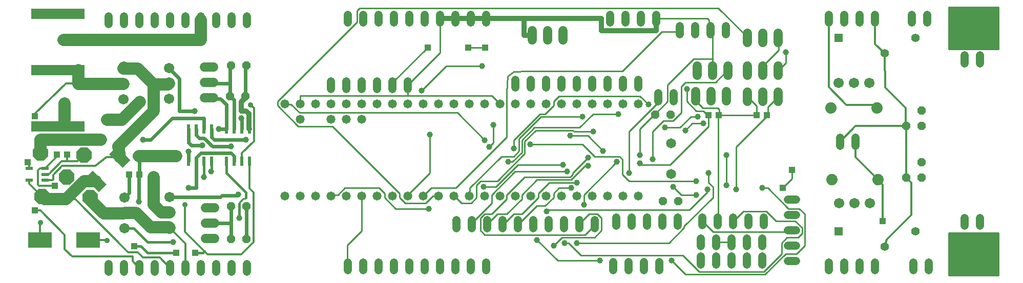
<source format=gbl>
G75*
%MOIN*%
%OFA0B0*%
%FSLAX25Y25*%
%IPPOS*%
%LPD*%
%AMOC8*
5,1,8,0,0,1.08239X$1,22.5*
%
%ADD10OC8,0.05200*%
%ADD11C,0.06000*%
%ADD12OC8,0.10000*%
%ADD13C,0.05800*%
%ADD14C,0.06750*%
%ADD15R,0.02100X0.06300*%
%ADD16C,0.06500*%
%ADD17C,0.05200*%
%ADD18R,0.15748X0.09843*%
%ADD19R,0.35000X0.07000*%
%ADD20R,0.05543X0.05543*%
%ADD21C,0.05543*%
%ADD22C,0.07400*%
%ADD23R,0.03937X0.04331*%
%ADD24R,0.07087X0.12598*%
%ADD25R,0.04724X0.02362*%
%ADD26C,0.02400*%
%ADD27C,0.03962*%
%ADD28C,0.01000*%
%ADD29C,0.01575*%
%ADD30C,0.03200*%
%ADD31C,0.03187*%
%ADD32C,0.00984*%
%ADD33R,0.03962X0.03962*%
%ADD34C,0.05000*%
%ADD35C,0.07874*%
%ADD36C,0.01200*%
%ADD37C,0.03569*%
%ADD38C,0.04000*%
%ADD39C,0.01600*%
%ADD40R,0.02600X0.02600*%
D10*
X0251967Y0149681D03*
X0261967Y0149681D03*
X0261967Y0171020D03*
X0251967Y0171020D03*
X0251573Y0242634D03*
X0261573Y0242634D03*
X0261967Y0262594D03*
X0251967Y0262594D03*
X0528089Y0230665D03*
X0538089Y0230665D03*
X0533148Y0174209D03*
X0543148Y0174209D03*
X0691396Y0189799D03*
X0701396Y0189799D03*
X0701396Y0199799D03*
X0701396Y0223264D03*
X0691396Y0223264D03*
X0701396Y0233264D03*
D11*
X0607974Y0239366D02*
X0607974Y0245366D01*
X0597974Y0245366D02*
X0597974Y0239366D01*
X0587974Y0239366D02*
X0587974Y0245366D01*
X0574510Y0245681D02*
X0574510Y0239681D01*
X0564510Y0239681D02*
X0564510Y0245681D01*
X0554510Y0245681D02*
X0554510Y0239681D01*
X0555297Y0256374D02*
X0555297Y0262374D01*
X0565297Y0262374D02*
X0565297Y0256374D01*
X0575297Y0256374D02*
X0575297Y0262374D01*
X0587974Y0262453D02*
X0587974Y0256453D01*
X0597974Y0256453D02*
X0597974Y0262453D01*
X0607974Y0262453D02*
X0607974Y0256453D01*
X0608100Y0277835D02*
X0608100Y0283835D01*
X0598100Y0283835D02*
X0598100Y0277835D01*
X0588100Y0277835D02*
X0588100Y0283835D01*
X0468112Y0285382D02*
X0468112Y0279382D01*
X0458112Y0279382D02*
X0458112Y0285382D01*
X0448112Y0285382D02*
X0448112Y0279382D01*
X0240793Y0261650D02*
X0234793Y0261650D01*
X0234793Y0251650D02*
X0240793Y0251650D01*
X0240793Y0241650D02*
X0234793Y0241650D01*
X0235581Y0169988D02*
X0241581Y0169988D01*
X0241581Y0159988D02*
X0235581Y0159988D01*
X0235581Y0149988D02*
X0241581Y0149988D01*
D12*
X0160510Y0176807D03*
X0145116Y0189878D03*
X0129014Y0177516D03*
X0128069Y0205665D03*
X0156415Y0204484D03*
D13*
X0287100Y0177862D03*
X0297100Y0177862D03*
X0307100Y0177862D03*
X0317100Y0177862D03*
X0327100Y0177862D03*
X0337100Y0177862D03*
X0347100Y0177862D03*
X0357100Y0177862D03*
X0367100Y0177862D03*
X0377100Y0177862D03*
X0387100Y0177862D03*
X0397100Y0177862D03*
X0407100Y0177862D03*
X0417100Y0177862D03*
X0427100Y0177862D03*
X0437100Y0177862D03*
X0447100Y0177862D03*
X0457100Y0177862D03*
X0467100Y0177862D03*
X0477100Y0177862D03*
X0487100Y0177862D03*
X0497100Y0177862D03*
X0507100Y0177862D03*
X0517100Y0177862D03*
X0517100Y0237862D03*
X0507100Y0237862D03*
X0497100Y0237862D03*
X0487100Y0237862D03*
X0477100Y0237862D03*
X0467100Y0237862D03*
X0457100Y0237862D03*
X0447100Y0237862D03*
X0437100Y0237862D03*
X0427100Y0237862D03*
X0417100Y0237862D03*
X0407100Y0237862D03*
X0397100Y0237862D03*
X0387100Y0237862D03*
X0377100Y0237862D03*
X0367100Y0237862D03*
X0357100Y0237862D03*
X0347100Y0237862D03*
X0337100Y0237862D03*
X0327100Y0237862D03*
X0317100Y0237862D03*
X0307100Y0237862D03*
X0297100Y0237862D03*
X0287100Y0237862D03*
X0297100Y0227862D03*
X0317100Y0227862D03*
X0327100Y0227862D03*
X0337100Y0227862D03*
D14*
X0211793Y0240941D03*
X0211793Y0250941D03*
X0211793Y0260941D03*
X0181998Y0260862D03*
X0181998Y0250862D03*
X0181998Y0240862D03*
X0182675Y0176650D03*
X0182675Y0166650D03*
X0182675Y0156650D03*
X0212085Y0157043D03*
X0212085Y0167043D03*
X0212085Y0177043D03*
X0647852Y0173146D03*
X0657852Y0173146D03*
X0667852Y0173146D03*
X0667360Y0251394D03*
X0657360Y0251394D03*
X0647360Y0251394D03*
D15*
X0263955Y0221312D03*
X0258955Y0221312D03*
X0253955Y0221312D03*
X0248955Y0221312D03*
X0239545Y0221312D03*
X0234545Y0221312D03*
X0229545Y0221312D03*
X0224545Y0221312D03*
X0224545Y0200412D03*
X0229545Y0200412D03*
X0234545Y0200412D03*
X0239545Y0200412D03*
X0248955Y0200412D03*
X0253955Y0200412D03*
X0258955Y0200412D03*
X0263955Y0200412D03*
D16*
X0538435Y0192185D03*
X0538435Y0212185D03*
D17*
X0172557Y0133423D02*
X0172557Y0128223D01*
X0182557Y0128223D02*
X0182557Y0133423D01*
X0192557Y0133423D02*
X0192557Y0128223D01*
X0202557Y0128223D02*
X0202557Y0133423D01*
X0212557Y0133423D02*
X0212557Y0128223D01*
X0222557Y0128223D02*
X0222557Y0133423D01*
X0232557Y0133423D02*
X0232557Y0128223D01*
X0242557Y0128223D02*
X0242557Y0133423D01*
X0252557Y0133423D02*
X0252557Y0128223D01*
X0262557Y0128223D02*
X0262557Y0133423D01*
X0328069Y0134407D02*
X0328069Y0129207D01*
X0338069Y0129207D02*
X0338069Y0134407D01*
X0348069Y0134407D02*
X0348069Y0129207D01*
X0358069Y0129207D02*
X0358069Y0134407D01*
X0368069Y0134407D02*
X0368069Y0129207D01*
X0378069Y0129207D02*
X0378069Y0134407D01*
X0388069Y0134407D02*
X0388069Y0129207D01*
X0398069Y0129207D02*
X0398069Y0134407D01*
X0408069Y0134407D02*
X0408069Y0129207D01*
X0418069Y0129207D02*
X0418069Y0134407D01*
X0418935Y0156766D02*
X0418935Y0161966D01*
X0408935Y0161966D02*
X0408935Y0156766D01*
X0398935Y0156766D02*
X0398935Y0161966D01*
X0428935Y0161966D02*
X0428935Y0156766D01*
X0438935Y0156766D02*
X0438935Y0161966D01*
X0448935Y0161966D02*
X0448935Y0156766D01*
X0458935Y0156766D02*
X0458935Y0161966D01*
X0468935Y0161966D02*
X0468935Y0156766D01*
X0478935Y0156766D02*
X0478935Y0161966D01*
X0488935Y0161966D02*
X0488935Y0156766D01*
X0502872Y0158490D02*
X0502872Y0163690D01*
X0512872Y0163690D02*
X0512872Y0158490D01*
X0522872Y0158490D02*
X0522872Y0163690D01*
X0532872Y0163690D02*
X0532872Y0158490D01*
X0542872Y0158490D02*
X0542872Y0163690D01*
X0558667Y0163738D02*
X0558667Y0158538D01*
X0568667Y0158538D02*
X0568667Y0163738D01*
X0578667Y0163738D02*
X0578667Y0158538D01*
X0588667Y0158538D02*
X0588667Y0163738D01*
X0598667Y0163738D02*
X0598667Y0158538D01*
X0614563Y0155429D02*
X0619763Y0155429D01*
X0619763Y0145429D02*
X0614563Y0145429D01*
X0597793Y0144955D02*
X0597793Y0150155D01*
X0587793Y0150155D02*
X0587793Y0144955D01*
X0587793Y0138344D02*
X0587793Y0133144D01*
X0597793Y0133144D02*
X0597793Y0138344D01*
X0614563Y0135429D02*
X0619763Y0135429D01*
X0640963Y0134407D02*
X0640963Y0129207D01*
X0650963Y0129207D02*
X0650963Y0134407D01*
X0660963Y0134407D02*
X0660963Y0129207D01*
X0670963Y0129207D02*
X0670963Y0134407D01*
X0696081Y0134407D02*
X0696081Y0129207D01*
X0706081Y0129207D02*
X0706081Y0134407D01*
X0729545Y0158243D02*
X0729545Y0163443D01*
X0739545Y0163443D02*
X0739545Y0158243D01*
X0658344Y0210408D02*
X0658344Y0215608D01*
X0648344Y0215608D02*
X0648344Y0210408D01*
X0619763Y0175429D02*
X0614563Y0175429D01*
X0614563Y0165429D02*
X0619763Y0165429D01*
X0577793Y0150155D02*
X0577793Y0144955D01*
X0567793Y0144955D02*
X0567793Y0150155D01*
X0557793Y0150155D02*
X0557793Y0144955D01*
X0557793Y0138344D02*
X0557793Y0133144D01*
X0567793Y0133144D02*
X0567793Y0138344D01*
X0577793Y0138344D02*
X0577793Y0133144D01*
X0530938Y0134607D02*
X0530938Y0129407D01*
X0520938Y0129407D02*
X0520938Y0134607D01*
X0510938Y0134607D02*
X0510938Y0129407D01*
X0500938Y0129407D02*
X0500938Y0134607D01*
X0530234Y0239443D02*
X0530234Y0244643D01*
X0517203Y0248302D02*
X0517203Y0253502D01*
X0507203Y0253502D02*
X0507203Y0248302D01*
X0497203Y0248302D02*
X0497203Y0253502D01*
X0487203Y0253502D02*
X0487203Y0248302D01*
X0477203Y0248302D02*
X0477203Y0253502D01*
X0467203Y0253502D02*
X0467203Y0248302D01*
X0457203Y0248302D02*
X0457203Y0253502D01*
X0447203Y0253502D02*
X0447203Y0248302D01*
X0437203Y0248302D02*
X0437203Y0253502D01*
X0367065Y0252517D02*
X0367065Y0247317D01*
X0357065Y0247317D02*
X0357065Y0252517D01*
X0347065Y0252517D02*
X0347065Y0247317D01*
X0337065Y0247317D02*
X0337065Y0252517D01*
X0327065Y0252517D02*
X0327065Y0247317D01*
X0317065Y0247317D02*
X0317065Y0252517D01*
X0328069Y0290624D02*
X0328069Y0295824D01*
X0338069Y0295824D02*
X0338069Y0290624D01*
X0348069Y0290624D02*
X0348069Y0295824D01*
X0358069Y0295824D02*
X0358069Y0290624D01*
X0368069Y0290624D02*
X0368069Y0295824D01*
X0378069Y0295824D02*
X0378069Y0290624D01*
X0388069Y0290624D02*
X0388069Y0295824D01*
X0398069Y0295824D02*
X0398069Y0290624D01*
X0408069Y0290624D02*
X0408069Y0295824D01*
X0418069Y0295824D02*
X0418069Y0290624D01*
X0498738Y0290624D02*
X0498738Y0295824D01*
X0508738Y0295824D02*
X0508738Y0290624D01*
X0518738Y0290624D02*
X0518738Y0295824D01*
X0528738Y0295824D02*
X0528738Y0290624D01*
X0544211Y0288210D02*
X0544211Y0283010D01*
X0554211Y0283010D02*
X0554211Y0288210D01*
X0564211Y0288210D02*
X0564211Y0283010D01*
X0574211Y0283010D02*
X0574211Y0288210D01*
X0640963Y0290624D02*
X0640963Y0295824D01*
X0650963Y0295824D02*
X0650963Y0290624D01*
X0660963Y0290624D02*
X0660963Y0295824D01*
X0670963Y0295824D02*
X0670963Y0290624D01*
X0695077Y0290624D02*
X0695077Y0295824D01*
X0705077Y0295824D02*
X0705077Y0290624D01*
X0729526Y0269250D02*
X0729526Y0264050D01*
X0739526Y0264050D02*
X0739526Y0269250D01*
X0540234Y0244643D02*
X0540234Y0239443D01*
X0262557Y0289640D02*
X0262557Y0294840D01*
X0252557Y0294840D02*
X0252557Y0289640D01*
X0242557Y0289640D02*
X0242557Y0294840D01*
X0232557Y0294840D02*
X0232557Y0289640D01*
X0222557Y0289640D02*
X0222557Y0294840D01*
X0212557Y0294840D02*
X0212557Y0289640D01*
X0202557Y0289640D02*
X0202557Y0294840D01*
X0192557Y0294840D02*
X0192557Y0289640D01*
X0182557Y0289640D02*
X0182557Y0294840D01*
X0172557Y0294840D02*
X0172557Y0289640D01*
D18*
X0159156Y0148933D03*
X0127659Y0148933D03*
D19*
X0139439Y0222988D03*
X0139439Y0259602D03*
X0139439Y0296295D03*
D20*
X0647380Y0280843D03*
X0647380Y0154858D03*
D21*
X0677380Y0144858D03*
X0697380Y0154858D03*
X0677380Y0270843D03*
X0697380Y0280843D03*
D22*
X0672518Y0235154D03*
X0642518Y0235154D03*
X0643010Y0188402D03*
X0673010Y0188402D03*
D23*
X0600825Y0230232D03*
X0594132Y0230232D03*
X0569329Y0230232D03*
X0562636Y0230232D03*
X0192360Y0191846D03*
X0185667Y0191846D03*
X0145608Y0204642D03*
X0138915Y0204642D03*
D24*
G36*
X0157112Y0189392D02*
X0162123Y0194403D01*
X0171030Y0185496D01*
X0166019Y0180485D01*
X0157112Y0189392D01*
G37*
G36*
X0172702Y0204982D02*
X0177713Y0209993D01*
X0186620Y0201086D01*
X0181609Y0196075D01*
X0172702Y0204982D01*
G37*
D25*
X0131163Y0195587D03*
X0131163Y0191846D03*
X0131163Y0188106D03*
X0120880Y0188106D03*
X0120880Y0195587D03*
D26*
X0182675Y0176650D02*
X0185667Y0179642D01*
X0185667Y0191846D01*
X0191967Y0191453D02*
X0192360Y0191846D01*
X0192360Y0203264D01*
X0191967Y0203657D01*
X0194919Y0214484D02*
X0199841Y0214484D01*
X0213620Y0228264D01*
X0234289Y0228264D01*
X0234289Y0221568D01*
X0234545Y0221312D01*
X0229545Y0221312D02*
X0229545Y0217260D01*
X0231337Y0215469D01*
X0234289Y0215469D01*
X0240195Y0210055D01*
X0252006Y0210055D01*
X0252006Y0205626D02*
X0253974Y0203657D01*
X0253974Y0200432D01*
X0253955Y0200412D01*
X0253974Y0200393D01*
X0252006Y0205626D02*
X0232321Y0205626D01*
X0229368Y0202673D01*
X0229368Y0200235D01*
X0229545Y0200412D01*
X0229368Y0200235D02*
X0229368Y0182988D01*
X0224447Y0182988D01*
X0212124Y0177083D02*
X0212085Y0177043D01*
X0245077Y0177043D01*
X0246100Y0178067D01*
X0256435Y0178067D01*
X0256927Y0178559D01*
X0251967Y0171020D02*
X0251967Y0159366D01*
X0251344Y0159988D01*
X0238581Y0159988D01*
X0251967Y0159366D02*
X0251967Y0149681D01*
X0261967Y0149681D02*
X0261967Y0171020D01*
X0224545Y0200412D02*
X0224545Y0205528D01*
X0224447Y0206610D01*
X0226415Y0210547D02*
X0224545Y0212417D01*
X0224545Y0221312D01*
X0224447Y0221411D01*
X0239545Y0221312D02*
X0239545Y0216118D01*
X0241179Y0214484D01*
X0261848Y0214484D01*
X0258955Y0221312D02*
X0258955Y0228205D01*
X0258896Y0228264D01*
X0253955Y0221312D02*
X0253955Y0240252D01*
X0251573Y0242634D01*
X0251573Y0250902D01*
X0238541Y0250902D01*
X0237793Y0251650D01*
X0251573Y0250902D02*
X0251573Y0262201D01*
X0251967Y0262594D01*
X0261573Y0262201D02*
X0261967Y0262594D01*
X0261573Y0262201D02*
X0261573Y0242634D01*
X0248955Y0237220D02*
X0245116Y0241059D01*
X0238384Y0241059D01*
X0237793Y0241650D01*
X0248955Y0237220D02*
X0248955Y0221312D01*
X0244194Y0221312D01*
X0244132Y0221374D01*
X0233305Y0210547D02*
X0226415Y0210547D01*
X0191967Y0191453D02*
X0191967Y0174130D01*
X0218541Y0233185D02*
X0218541Y0254193D01*
X0211793Y0260941D01*
X0218541Y0233185D02*
X0228384Y0233185D01*
D27*
X0228384Y0233185D03*
X0244132Y0221374D03*
X0258896Y0228264D03*
X0261848Y0214484D03*
X0252006Y0210055D03*
X0233305Y0210547D03*
X0224447Y0206610D03*
X0216573Y0203657D03*
X0194919Y0214484D03*
X0191967Y0203657D03*
X0167360Y0214484D03*
X0171297Y0227280D03*
X0192951Y0239091D03*
X0143738Y0238106D03*
X0239211Y0193815D03*
X0234289Y0189878D03*
X0224447Y0182988D03*
X0201809Y0189878D03*
X0191967Y0174130D03*
X0214604Y0147555D03*
X0257419Y0163303D03*
X0256927Y0178559D03*
X0380632Y0169512D03*
X0416380Y0183811D03*
X0432467Y0199898D03*
X0436041Y0208835D03*
X0446766Y0211516D03*
X0472683Y0216878D03*
X0487876Y0219559D03*
X0480726Y0229390D03*
X0503963Y0231177D03*
X0523624Y0237433D03*
X0534348Y0222240D03*
X0547754Y0220453D03*
X0559372Y0224921D03*
X0555797Y0229390D03*
X0548648Y0247264D03*
X0612994Y0271394D03*
X0574565Y0204366D03*
X0562947Y0192748D03*
X0554904Y0187386D03*
X0539711Y0183811D03*
X0554904Y0178449D03*
X0562053Y0182024D03*
X0574565Y0184705D03*
X0580821Y0182024D03*
X0597801Y0182917D03*
X0526305Y0201685D03*
X0518262Y0199004D03*
X0518262Y0204366D03*
X0503069Y0199898D03*
X0511112Y0192748D03*
X0494132Y0207047D03*
X0484301Y0202579D03*
X0484301Y0197217D03*
X0470896Y0193642D03*
X0468215Y0198110D03*
X0477152Y0186492D03*
X0473577Y0182917D03*
X0481620Y0172193D03*
X0457490Y0167724D03*
X0451234Y0148957D03*
X0461959Y0145382D03*
X0469108Y0147169D03*
X0477152Y0147169D03*
X0492238Y0135551D03*
X0538817Y0135551D03*
X0419955Y0209728D03*
X0417274Y0214197D03*
X0422636Y0224028D03*
X0381526Y0217772D03*
X0376163Y0246370D03*
X0415486Y0262457D03*
D28*
X0392250Y0262457D01*
X0376163Y0246370D01*
X0399400Y0232071D02*
X0417274Y0214197D01*
X0419955Y0209728D02*
X0422636Y0212409D01*
X0422636Y0224028D01*
X0431573Y0215984D02*
X0398506Y0182917D01*
X0382419Y0182917D01*
X0377951Y0178449D01*
X0377100Y0177862D01*
X0378844Y0173087D02*
X0365439Y0173087D01*
X0361864Y0176661D01*
X0361864Y0179343D01*
X0318073Y0223134D01*
X0295730Y0223134D01*
X0282325Y0236539D01*
X0282325Y0239220D01*
X0334159Y0291055D01*
X0334159Y0298205D01*
X0335947Y0299992D01*
X0569203Y0299992D01*
X0587970Y0281224D01*
X0588100Y0280835D01*
X0612994Y0271394D02*
X0612994Y0264244D01*
X0608526Y0259776D01*
X0607974Y0259453D01*
X0575297Y0259374D02*
X0574565Y0258882D01*
X0567415Y0251732D01*
X0547754Y0251732D01*
X0545073Y0249051D01*
X0545073Y0232071D01*
X0539711Y0226709D01*
X0533455Y0226709D01*
X0526305Y0219559D01*
X0526305Y0201685D01*
X0519156Y0198110D02*
X0518262Y0199004D01*
X0519156Y0198110D02*
X0537923Y0198110D01*
X0562947Y0223134D01*
X0562947Y0229390D01*
X0562636Y0230232D01*
X0562053Y0230283D01*
X0559372Y0232965D01*
X0554904Y0232965D01*
X0548648Y0239220D01*
X0548648Y0247264D01*
X0536136Y0249945D02*
X0553116Y0266925D01*
X0565297Y0266925D01*
X0565628Y0266925D01*
X0536136Y0249945D02*
X0536136Y0239220D01*
X0528093Y0231177D01*
X0528089Y0230665D01*
X0527199Y0230283D01*
X0518262Y0221346D01*
X0518262Y0204366D01*
X0506644Y0201685D02*
X0504856Y0203472D01*
X0488770Y0203472D01*
X0480726Y0211516D01*
X0446766Y0211516D01*
X0443191Y0213303D02*
X0443191Y0205260D01*
X0425317Y0187386D01*
X0414593Y0187386D01*
X0411911Y0184705D01*
X0411911Y0176661D01*
X0408337Y0173087D01*
X0402081Y0173087D01*
X0397612Y0177555D01*
X0397100Y0177862D01*
X0387100Y0177862D02*
X0386888Y0177555D01*
X0383313Y0177555D01*
X0378844Y0173087D01*
X0380632Y0169512D02*
X0359183Y0169512D01*
X0352033Y0176661D01*
X0352033Y0179343D01*
X0348459Y0182917D01*
X0326116Y0182917D01*
X0321648Y0178449D01*
X0317179Y0178449D01*
X0317100Y0177862D01*
X0367100Y0177862D02*
X0367226Y0178449D01*
X0381526Y0192748D01*
X0381526Y0217772D01*
X0399400Y0232071D02*
X0296624Y0232071D01*
X0291262Y0237433D01*
X0287687Y0237433D01*
X0287100Y0237862D01*
X0407443Y0182917D02*
X0407443Y0178449D01*
X0407100Y0177862D01*
X0407443Y0182917D02*
X0427998Y0203472D01*
X0436041Y0203472D01*
X0439616Y0207047D01*
X0439616Y0215091D01*
X0453915Y0229390D01*
X0480726Y0229390D01*
X0478939Y0222240D02*
X0487876Y0231177D01*
X0503963Y0231177D01*
X0518262Y0242795D02*
X0523624Y0237433D01*
X0529880Y0238327D02*
X0529880Y0241902D01*
X0530234Y0242043D01*
X0529880Y0238327D02*
X0511112Y0219559D01*
X0511112Y0192748D01*
X0506644Y0191854D02*
X0511112Y0187386D01*
X0554904Y0187386D01*
X0562947Y0186492D02*
X0562947Y0192748D01*
X0562947Y0186492D02*
X0565628Y0183811D01*
X0565628Y0176661D01*
X0546860Y0157894D01*
X0546860Y0157000D01*
X0537030Y0147169D01*
X0477152Y0147169D01*
X0471789Y0147169D02*
X0479833Y0139126D01*
X0545967Y0139126D01*
X0556691Y0128402D01*
X0598695Y0128402D01*
X0610313Y0140020D01*
X0610313Y0147169D01*
X0613888Y0150744D01*
X0621037Y0150744D01*
X0623719Y0153425D01*
X0623719Y0157000D01*
X0619250Y0161469D01*
X0606738Y0161469D01*
X0600482Y0167724D01*
X0585289Y0167724D01*
X0579033Y0161469D01*
X0578667Y0161138D01*
X0569203Y0161469D02*
X0568667Y0161138D01*
X0569203Y0161469D02*
X0569203Y0229390D01*
X0569329Y0230232D01*
X0555797Y0229390D02*
X0551329Y0229390D01*
X0544179Y0222240D01*
X0534348Y0222240D01*
X0547754Y0220453D02*
X0552222Y0224921D01*
X0559372Y0224921D01*
X0580821Y0209728D02*
X0600482Y0229390D01*
X0600825Y0230232D01*
X0601376Y0230283D01*
X0601376Y0235646D01*
X0607632Y0241902D01*
X0607974Y0242366D01*
X0580821Y0209728D02*
X0580821Y0182024D01*
X0574565Y0184705D02*
X0574565Y0204366D01*
X0545073Y0178449D02*
X0539711Y0183811D01*
X0545073Y0178449D02*
X0554904Y0178449D01*
X0562053Y0180236D02*
X0550435Y0168618D01*
X0458384Y0168618D01*
X0457490Y0167724D01*
X0456596Y0171299D02*
X0451234Y0171299D01*
X0439616Y0159681D01*
X0438935Y0159366D01*
X0441404Y0165937D02*
X0436041Y0165937D01*
X0429785Y0159681D01*
X0428935Y0159366D01*
X0425317Y0165937D02*
X0419061Y0159681D01*
X0418935Y0159366D01*
X0414593Y0163256D02*
X0414593Y0155213D01*
X0417274Y0152531D01*
X0482514Y0152531D01*
X0488770Y0158787D01*
X0488935Y0159366D01*
X0493238Y0163256D02*
X0493238Y0155213D01*
X0488770Y0150744D01*
X0467321Y0150744D01*
X0461959Y0145382D01*
X0469108Y0147169D02*
X0471789Y0147169D01*
X0464640Y0135551D02*
X0451234Y0148957D01*
X0464640Y0135551D02*
X0492238Y0135551D01*
X0538817Y0135551D02*
X0547754Y0126614D01*
X0599589Y0126614D01*
X0612994Y0140020D01*
X0620144Y0140020D01*
X0625506Y0145382D01*
X0625506Y0165937D01*
X0621931Y0169512D01*
X0614781Y0169512D01*
X0601376Y0182917D01*
X0597801Y0182917D01*
X0562053Y0182024D02*
X0562053Y0180236D01*
X0558667Y0161138D02*
X0559372Y0160575D01*
X0565628Y0154319D01*
X0615675Y0154319D01*
X0616569Y0155213D01*
X0617163Y0155429D01*
X0506644Y0191854D02*
X0506644Y0201685D01*
X0503069Y0199898D02*
X0481620Y0178449D01*
X0481620Y0172193D01*
X0485195Y0165937D02*
X0478939Y0159681D01*
X0478935Y0159366D01*
X0485195Y0165937D02*
X0490557Y0165937D01*
X0493238Y0163256D01*
X0465533Y0182917D02*
X0461959Y0179343D01*
X0461959Y0176661D01*
X0456596Y0171299D01*
X0452128Y0176661D02*
X0441404Y0165937D01*
X0431573Y0165937D02*
X0441404Y0175768D01*
X0441404Y0178449D01*
X0451234Y0188280D01*
X0473577Y0188280D01*
X0482514Y0197217D01*
X0484301Y0197217D01*
X0484301Y0202579D02*
X0474470Y0192748D01*
X0474470Y0191854D01*
X0472683Y0190067D01*
X0443191Y0190067D01*
X0431573Y0178449D01*
X0431573Y0175768D01*
X0421742Y0165937D01*
X0417274Y0165937D01*
X0414593Y0163256D01*
X0408935Y0159366D02*
X0408337Y0159681D01*
X0421742Y0173087D01*
X0421742Y0178449D01*
X0436935Y0193642D01*
X0470896Y0193642D01*
X0468215Y0198110D02*
X0438722Y0198110D01*
X0424423Y0183811D01*
X0416380Y0183811D01*
X0432467Y0199898D02*
X0435148Y0199898D01*
X0441404Y0206154D01*
X0441404Y0214197D01*
X0449447Y0222240D01*
X0478939Y0222240D01*
X0475364Y0219559D02*
X0474470Y0220453D01*
X0450341Y0220453D01*
X0443191Y0213303D01*
X0436041Y0214197D02*
X0436041Y0208835D01*
X0436041Y0214197D02*
X0453022Y0231177D01*
X0456596Y0231177D01*
X0461959Y0236539D01*
X0461959Y0239220D01*
X0465533Y0242795D01*
X0518262Y0242795D01*
X0506644Y0258882D02*
X0444978Y0258882D01*
X0436061Y0258776D01*
X0432124Y0255823D01*
X0431573Y0245476D01*
X0431573Y0215984D01*
X0472683Y0216878D02*
X0484301Y0216878D01*
X0494132Y0207047D01*
X0487876Y0219559D02*
X0475364Y0219559D01*
X0477152Y0186492D02*
X0459278Y0186492D01*
X0452128Y0179343D01*
X0452128Y0176661D01*
X0465533Y0182917D02*
X0473577Y0182917D01*
X0431573Y0165937D02*
X0425317Y0165937D01*
X0261848Y0176591D02*
X0261762Y0175972D01*
X0259974Y0175972D01*
X0257293Y0173291D01*
X0257419Y0172654D01*
X0506644Y0258882D02*
X0532561Y0284799D01*
X0544179Y0284799D01*
X0544211Y0285610D01*
D29*
X0261848Y0180035D02*
X0261848Y0176591D01*
X0261848Y0180035D02*
X0249053Y0192831D01*
X0249053Y0200314D01*
X0248955Y0200412D01*
X0239545Y0200412D02*
X0239545Y0194150D01*
X0239211Y0193815D01*
X0234545Y0190134D02*
X0234289Y0189878D01*
X0234545Y0190134D02*
X0234545Y0200412D01*
X0257419Y0172654D02*
X0257419Y0163303D01*
X0214604Y0147555D02*
X0197872Y0147555D01*
X0188778Y0156650D01*
X0182675Y0156650D01*
D30*
X0263817Y0221450D02*
X0263955Y0221312D01*
X0263817Y0221450D02*
X0263817Y0231217D01*
X0261848Y0233185D01*
X0258896Y0233185D01*
X0258896Y0239091D01*
X0261573Y0241768D01*
X0261573Y0242634D01*
X0418069Y0293224D02*
X0442951Y0293224D01*
X0442951Y0282382D01*
X0448112Y0282382D01*
X0442951Y0293224D02*
X0493148Y0293224D01*
X0493148Y0285350D01*
X0528738Y0285350D01*
X0528738Y0293224D01*
D31*
X0418069Y0293224D02*
X0408069Y0293224D01*
X0398069Y0293224D01*
X0388069Y0293224D01*
D32*
X0388069Y0270921D01*
X0367065Y0249917D01*
X0367163Y0249819D01*
X0367163Y0243028D01*
X0421935Y0243028D01*
X0427100Y0237862D01*
X0367163Y0243028D02*
X0297281Y0243028D01*
X0297100Y0242846D01*
X0297100Y0237862D01*
X0357065Y0249917D02*
X0357065Y0251630D01*
X0379959Y0274524D01*
X0406533Y0274524D02*
X0417360Y0274524D01*
X0528738Y0293224D02*
X0562045Y0293224D01*
X0563030Y0292240D01*
X0563030Y0286791D01*
X0564211Y0285610D01*
X0565297Y0284524D01*
X0565297Y0266925D01*
X0565297Y0259374D01*
X0597974Y0259453D02*
X0597974Y0262224D01*
X0608305Y0272555D01*
X0608305Y0280130D01*
X0608100Y0280835D01*
X0587974Y0242366D02*
X0594132Y0236209D01*
X0594132Y0230232D01*
X0569329Y0230232D01*
X0569919Y0230823D01*
X0569919Y0234169D01*
X0568935Y0235154D01*
X0559093Y0235154D01*
X0554510Y0239736D01*
X0554510Y0242681D01*
X0617163Y0194799D02*
X0617163Y0188894D01*
X0611258Y0182988D01*
X0577793Y0147555D02*
X0567793Y0147555D01*
X0337100Y0154894D02*
X0327793Y0145587D01*
X0327793Y0132083D01*
X0328069Y0131807D01*
X0337100Y0154894D02*
X0337100Y0177862D01*
D33*
X0228876Y0140665D03*
X0216573Y0140665D03*
X0189014Y0145094D03*
X0124545Y0168224D03*
X0137341Y0184465D03*
X0119624Y0199720D03*
X0124545Y0229740D03*
X0143246Y0279445D03*
X0379959Y0274524D03*
X0406533Y0274524D03*
X0417360Y0274524D03*
X0617163Y0194799D03*
X0611258Y0182988D03*
X0676219Y0161335D03*
D34*
X0153581Y0258776D02*
X0152754Y0259602D01*
X0139439Y0259602D01*
D35*
X0152754Y0259602D02*
X0152754Y0250862D01*
X0181998Y0250862D01*
X0191356Y0260862D02*
X0201809Y0250409D01*
X0211262Y0250409D01*
X0211793Y0250941D01*
X0201809Y0250409D02*
X0201809Y0233185D01*
X0178677Y0210053D01*
X0179661Y0203034D01*
X0191967Y0203657D02*
X0216573Y0203657D01*
X0201809Y0189878D02*
X0201809Y0172161D01*
X0206927Y0167043D01*
X0212085Y0167043D01*
X0211730Y0157398D02*
X0199841Y0157398D01*
X0190589Y0166650D01*
X0182675Y0166650D01*
X0182281Y0166256D01*
X0169329Y0166256D01*
X0160510Y0175075D01*
X0160510Y0176807D01*
X0156560Y0187444D02*
X0144722Y0175606D01*
X0130923Y0175606D01*
X0129014Y0177516D01*
X0129565Y0178067D01*
X0156560Y0187444D02*
X0164071Y0187444D01*
X0128069Y0205665D02*
X0128069Y0212516D01*
X0127990Y0212516D01*
X0127990Y0214484D01*
X0167360Y0214484D01*
X0171297Y0227280D02*
X0181140Y0227280D01*
X0192951Y0239091D01*
X0143738Y0238106D02*
X0143738Y0227287D01*
X0181998Y0260862D02*
X0191356Y0260862D01*
X0182557Y0261421D02*
X0181998Y0260862D01*
X0143246Y0279445D02*
X0232321Y0279445D01*
X0232557Y0292240D01*
X0211730Y0157398D02*
X0212085Y0157043D01*
D36*
X0222557Y0146571D01*
X0222557Y0130823D01*
X0212557Y0130823D02*
X0205667Y0137713D01*
X0194919Y0137713D01*
X0191474Y0141157D01*
X0185077Y0141157D01*
X0150628Y0175606D01*
X0144722Y0175606D01*
X0129014Y0177516D02*
X0120880Y0185650D01*
X0120880Y0188106D01*
X0126514Y0184957D02*
X0127006Y0184465D01*
X0137341Y0184465D01*
X0135864Y0187909D02*
X0131360Y0187909D01*
X0131163Y0188106D01*
X0131163Y0191846D02*
X0133404Y0191846D01*
X0141770Y0200213D01*
X0145215Y0200213D01*
X0145608Y0200606D01*
X0145608Y0204642D01*
X0138915Y0204642D02*
X0138915Y0203339D01*
X0131163Y0195587D01*
X0127793Y0195587D01*
X0126514Y0194307D01*
X0126514Y0184957D01*
X0135864Y0187909D02*
X0136356Y0188402D01*
X0136356Y0191354D01*
X0142262Y0197260D01*
X0163915Y0197260D01*
X0171166Y0203034D01*
X0179661Y0203034D01*
X0156415Y0204484D02*
X0152144Y0200213D01*
X0145215Y0200213D01*
X0120880Y0198465D02*
X0120880Y0195587D01*
X0120880Y0198465D02*
X0119624Y0199720D01*
X0124545Y0229740D02*
X0124545Y0231217D01*
X0144722Y0250902D01*
X0152715Y0250902D01*
X0152754Y0250862D01*
X0264801Y0237122D02*
X0267262Y0235154D01*
X0267262Y0213500D01*
X0258955Y0205685D01*
X0258955Y0200412D01*
X0263955Y0200412D02*
X0263955Y0182850D01*
X0266770Y0180035D01*
X0266770Y0147555D01*
X0258896Y0139681D01*
X0236750Y0139681D01*
X0234781Y0141650D01*
X0221986Y0154445D01*
X0221986Y0172161D01*
X0171297Y0148539D02*
X0170904Y0148933D01*
X0159156Y0148933D01*
X0148659Y0138205D02*
X0143738Y0143126D01*
X0143738Y0152476D01*
X0127990Y0168224D01*
X0124545Y0168224D01*
X0127990Y0160350D02*
X0127659Y0160020D01*
X0127659Y0148933D01*
X0148659Y0138205D02*
X0188030Y0138205D01*
X0188030Y0135350D01*
X0192557Y0130823D01*
X0640963Y0248756D02*
X0652596Y0237122D01*
X0670549Y0237122D01*
X0672518Y0235154D01*
X0677872Y0248264D02*
X0690982Y0235154D01*
X0690982Y0223677D01*
X0691396Y0223264D01*
X0658600Y0223264D01*
X0648344Y0213008D01*
X0658344Y0213008D02*
X0658344Y0203067D01*
X0673010Y0188402D01*
X0676219Y0185193D01*
X0676219Y0161335D01*
X0678856Y0149209D02*
X0694919Y0165272D01*
X0694919Y0186276D01*
X0691396Y0189799D01*
X0691396Y0223264D01*
X0677872Y0248264D02*
X0677380Y0270843D01*
X0670963Y0276768D01*
X0670963Y0293224D01*
X0640963Y0293224D02*
X0640963Y0248756D01*
X0678856Y0149209D02*
X0677380Y0144858D01*
D37*
X0264801Y0237122D03*
X0221986Y0172161D03*
X0171297Y0148539D03*
X0127990Y0160350D03*
D38*
X0139439Y0222988D02*
X0143738Y0227287D01*
D39*
X0189014Y0145094D02*
X0193443Y0145094D01*
X0197872Y0140665D01*
X0216573Y0140665D01*
X0228876Y0140665D02*
X0233797Y0140665D01*
X0234781Y0141650D01*
X0719526Y0141517D02*
X0751022Y0141517D01*
X0751022Y0143115D02*
X0719526Y0143115D01*
X0719526Y0144714D02*
X0751022Y0144714D01*
X0751022Y0146312D02*
X0719526Y0146312D01*
X0719526Y0147911D02*
X0751022Y0147911D01*
X0751022Y0149509D02*
X0719526Y0149509D01*
X0719526Y0151108D02*
X0751022Y0151108D01*
X0751022Y0152706D02*
X0719526Y0152706D01*
X0719526Y0153461D02*
X0719526Y0126233D01*
X0751022Y0126233D01*
X0751022Y0153461D01*
X0719526Y0153461D01*
X0719526Y0139918D02*
X0751022Y0139918D01*
X0751022Y0138320D02*
X0719526Y0138320D01*
X0719526Y0136721D02*
X0751022Y0136721D01*
X0751022Y0135123D02*
X0719526Y0135123D01*
X0719526Y0133524D02*
X0751022Y0133524D01*
X0751022Y0131926D02*
X0719526Y0131926D01*
X0719526Y0130327D02*
X0751022Y0130327D01*
X0751022Y0128729D02*
X0719526Y0128729D01*
X0719526Y0127130D02*
X0751022Y0127130D01*
X0751022Y0273539D02*
X0719526Y0273539D01*
X0719526Y0300334D01*
X0751022Y0300334D01*
X0751022Y0273539D01*
X0751022Y0274193D02*
X0719526Y0274193D01*
X0719526Y0275792D02*
X0751022Y0275792D01*
X0751022Y0277390D02*
X0719526Y0277390D01*
X0719526Y0278989D02*
X0751022Y0278989D01*
X0751022Y0280587D02*
X0719526Y0280587D01*
X0719526Y0282186D02*
X0751022Y0282186D01*
X0751022Y0283784D02*
X0719526Y0283784D01*
X0719526Y0285383D02*
X0751022Y0285383D01*
X0751022Y0286981D02*
X0719526Y0286981D01*
X0719526Y0288580D02*
X0751022Y0288580D01*
X0751022Y0290178D02*
X0719526Y0290178D01*
X0719526Y0291777D02*
X0751022Y0291777D01*
X0751022Y0293375D02*
X0719526Y0293375D01*
X0719526Y0294974D02*
X0751022Y0294974D01*
X0751022Y0296572D02*
X0719526Y0296572D01*
X0719526Y0298171D02*
X0751022Y0298171D01*
X0751022Y0299769D02*
X0719526Y0299769D01*
D40*
X0728482Y0297220D03*
X0730982Y0297220D03*
X0733482Y0297220D03*
X0733482Y0294720D03*
X0733482Y0292220D03*
X0733482Y0289720D03*
X0733482Y0287220D03*
X0733482Y0284720D03*
X0733482Y0282220D03*
X0733482Y0279720D03*
X0730982Y0279720D03*
X0728482Y0279720D03*
X0735982Y0279720D03*
X0738482Y0279720D03*
X0740982Y0279720D03*
X0735982Y0282220D03*
X0735982Y0284720D03*
X0735982Y0287220D03*
X0735982Y0289720D03*
X0735982Y0292220D03*
X0735982Y0294720D03*
X0735982Y0297220D03*
X0738482Y0297220D03*
X0740982Y0297220D03*
X0740982Y0147417D03*
X0738482Y0147417D03*
X0735982Y0147417D03*
X0735982Y0147417D03*
X0735982Y0147417D03*
X0735982Y0144917D03*
X0735982Y0142417D03*
X0735982Y0139917D03*
X0735982Y0137417D03*
X0735982Y0134917D03*
X0735982Y0132417D03*
X0735982Y0129917D03*
X0733482Y0129917D03*
X0730982Y0129917D03*
X0728482Y0129917D03*
X0733482Y0132417D03*
X0733482Y0134917D03*
X0733482Y0137417D03*
X0733482Y0139917D03*
X0733482Y0142417D03*
X0733482Y0144917D03*
X0733482Y0147417D03*
X0730982Y0147417D03*
X0728482Y0147417D03*
X0738482Y0129917D03*
X0740982Y0129917D03*
M02*

</source>
